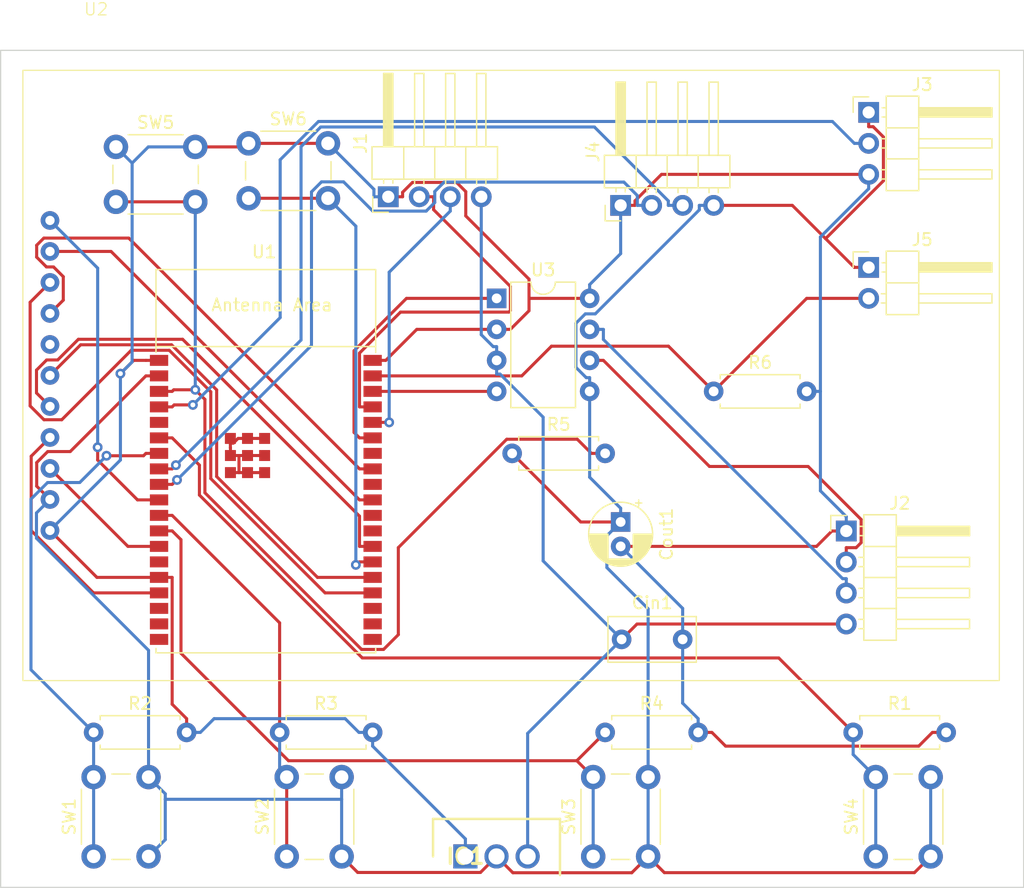
<source format=kicad_pcb>
(kicad_pcb (version 20221018) (generator pcbnew)
  (layers (0 "F.Cu" signal) (31 "B.Cu" signal) (34 "B.Paste" user) (35 "F.Paste" user) (36 "B.SilkS" user "B.Silkscreen") (37 "F.SilkS" user "F.Silkscreen") (38 "B.Mask" user) (39 "F.Mask" user) (44 "Edge.Cuts" user))
  (net 0 "")
  (net 1 "+5V")
  (net 2 "GND")
  (net 3 "+3.3V")
  (net 4 "/PROG_TX")
  (net 5 "/PROG_RX")
  (net 6 "Net-(J2-Pin_2)")
  (net 7 "Net-(J2-Pin_3)")
  (net 8 "/Throttle")
  (net 9 "/EXT_2")
  (net 10 "/EXT_1")
  (net 11 "/Accelerator")
  (net 12 "/BTN_A")
  (net 13 "/BTN_B")
  (net 14 "/BTN_C")
  (net 15 "/BTN_D")
  (net 16 "/PROG_EN")
  (net 17 "/PROG_BOOT")
  (net 19 "/PEN")
  (net 20 "/SPI_CLK")
  (net 22 "/SPI_MOSI")
  (net 23 "/SPI_CS_DISP")
  (net 24 "/SPI_DC")
  (net 25 "/SPI_RES")
  (net 26 "/SPI_CS_TOUCH")
  (net 28 "/SPI_MISO")
  (net 29 "/CAN_TX")
  (net 30 "/CAN_RX")
  (net 31 "unconnected-(U1-GND_THERMAL-Pad39)")
  (footprint "Espressif:ESP32-WROVER-E" (layer "F.Cu") (at 100.47 92.075)
    (fp_text reference "U1" (at -0.14 -17.145) (layer "F.SilkS"))
    (fp_text value "ESP32-WROVER-E")
    (fp_text user "Antenna Area" (at 0.5 -12.795 unlocked) (layer "F.SilkS"))
    (pad "1" smd rect (at -8.75 -8.255) (size 1.5 0.9) (layers "F.Cu" "F.Paste" "F.Mask") (net 2 "GND"))
    (pad "2" smd rect (at -8.75 -6.985) (size 1.5 0.9) (layers "F.Cu" "F.Paste" "F.Mask") (net 3 "+3.3V"))
    (pad "3" smd rect (at -8.75 -5.715) (size 1.5 0.9) (layers "F.Cu" "F.Paste" "F.Mask") (net 16 "/PROG_EN"))
    (pad "4" smd rect (at -8.75 -4.445) (size 1.5 0.9) (layers "F.Cu" "F.Paste" "F.Mask") (net 8 "/Throttle"))
    (pad "5" smd rect (at -8.75 -3.175) (size 1.5 0.9) (layers "F.Cu" "F.Paste" "F.Mask"))
    (pad "6" smd rect (at -8.75 -1.905) (size 1.5 0.9) (layers "F.Cu" "F.Paste" "F.Mask") (net 12 "/BTN_A"))
    (pad "7" smd rect (at -8.75 -0.635) (size 1.5 0.9) (layers "F.Cu" "F.Paste" "F.Mask") (net 13 "/BTN_B"))
    (pad "8" smd rect (at -8.75 0.635) (size 1.5 0.9) (layers "F.Cu" "F.Paste" "F.Mask") (net 10 "/EXT_1"))
    (pad "9" smd rect (at -8.75 1.905) (size 1.5 0.9) (layers "F.Cu" "F.Paste" "F.Mask") (net 9 "/EXT_2"))
    (pad "10" smd rect (at -8.75 3.175) (size 1.5 0.9) (layers "F.Cu" "F.Paste" "F.Mask") (net 19 "/PEN"))
    (pad "11" smd rect (at -8.75 4.445) (size 1.5 0.9) (layers "F.Cu" "F.Paste" "F.Mask") (net 14 "/BTN_C"))
    (pad "12" smd rect (at -8.75 5.715) (size 1.5 0.9) (layers "F.Cu" "F.Paste" "F.Mask") (net 15 "/BTN_D"))
    (pad "13" smd rect (at -8.75 6.985) (size 1.5 0.9) (layers "F.Cu" "F.Paste" "F.Mask") (net 20 "/SPI_CLK"))
    (pad "14" smd rect (at -8.75 8.255) (size 1.5 0.9) (layers "F.Cu" "F.Paste" "F.Mask"))
    (pad "15" smd rect (at -8.75 9.525) (size 1.5 0.9) (layers "F.Cu" "F.Paste" "F.Mask") (net 2 "GND"))
    (pad "16" smd rect (at -8.75 10.795) (size 1.5 0.9) (layers "F.Cu" "F.Paste" "F.Mask") (net 22 "/SPI_MOSI"))
    (pad "17" smd rect (at -8.75 12.065) (size 1.5 0.9) (layers "F.Cu" "F.Paste" "F.Mask"))
    (pad "18" smd rect (at -8.75 13.335) (size 1.5 0.9) (layers "F.Cu" "F.Paste" "F.Mask"))
    (pad "19" smd rect (at -8.75 14.605) (size 1.5 0.9) (layers "F.Cu" "F.Paste" "F.Mask"))
    (pad "20" smd rect (at 8.75 14.605) (size 1.5 0.9) (layers "F.Cu" "F.Paste" "F.Mask"))
    (pad "21" smd rect (at 8.75 13.335) (size 1.5 0.9) (layers "F.Cu" "F.Paste" "F.Mask"))
    (pad "22" smd rect (at 8.75 12.065) (size 1.5 0.9) (layers "F.Cu" "F.Paste" "F.Mask"))
    (pad "23" smd rect (at 8.75 10.795) (size 1.5 0.9) (layers "F.Cu" "F.Paste" "F.Mask") (net 23 "/SPI_CS_DISP"))
    (pad "24" smd rect (at 8.75 9.525) (size 1.5 0.9) (layers "F.Cu" "F.Paste" "F.Mask") (net 24 "/SPI_DC"))
    (pad "25" smd rect (at 8.75 8.255) (size 1.5 0.9) (layers "F.Cu" "F.Paste" "F.Mask") (net 17 "/PROG_BOOT"))
    (pad "26" smd rect (at 8.75 6.985) (size 1.5 0.9) (layers "F.Cu" "F.Paste" "F.Mask") (net 25 "/SPI_RES"))
    (pad "27" smd rect (at 8.75 5.715) (size 1.5 0.9) (layers "F.Cu" "F.Paste" "F.Mask"))
    (pad "28" smd rect (at 8.75 4.445) (size 1.5 0.9) (layers "F.Cu" "F.Paste" "F.Mask"))
    (pad "29" smd rect (at 8.75 3.175) (size 1.5 0.9) (layers "F.Cu" "F.Paste" "F.Mask") (net 26 "/SPI_CS_TOUCH"))
    (pad "30" smd rect (at 8.75 1.905) (size 1.5 0.9) (layers "F.Cu" "F.Paste" "F.Mask"))
    (pad "31" smd rect (at 8.75 0.635) (size 1.5 0.9) (layers "F.Cu" "F.Paste" "F.Mask") (net 28 "/SPI_MISO"))
    (pad "32" smd rect (at 8.75 -0.635) (size 1.5 0.9) (layers "F.Cu" "F.Paste" "F.Mask"))
    (pad "33" smd rect (at 8.75 -1.905) (size 1.5 0.9) (layers "F.Cu" "F.Paste" "F.Mask") (net 29 "/CAN_TX"))
    (pad "34" smd rect (at 8.75 -3.175) (size 1.5 0.9) (layers "F.Cu" "F.Paste" "F.Mask") (net 5 "/PROG_RX"))
    (pad "35" smd rect (at 8.75 -4.445) (size 1.5 0.9) (layers "F.Cu" "F.Paste" "F.Mask") (net 4 "/PROG_TX"))
    (pad "36" smd rect (at 8.75 -5.715) (size 1.5 0.9) (layers "F.Cu" "F.Paste" "F.Mask") (net 30 "/CAN_RX"))
    (pad "37" smd rect (at 8.75 -6.985) (size 1.5 0.9) (layers "F.Cu" "F.Paste" "F.Mask") (net 11 "/Accelerator"))
    (pad "38" smd rect (at 8.75 -8.255) (size 1.5 0.9) (layers "F.Cu" "F.Paste" "F.Mask") (net 2 "GND"))
    (pad "39" smd rect (at -2.905 -1.86) (size 0.9 0.9) (layers "F.Cu" "F.Paste" "F.Mask") (net 31 "unconnected-(U1-GND_THERMAL-Pad39)"))
    (pad "39" smd rect (at -2.9 -0.46) (size 0.9 0.9) (layers "F.Cu" "F.Paste" "F.Mask") (net 31 "unconnected-(U1-GND_THERMAL-Pad39)"))
    (pad "39" smd rect (at -2.9 0.94) (size 0.9 0.9) (layers "F.Cu" "F.Paste" "F.Mask") (net 31 "unconnected-(U1-GND_THERMAL-Pad39)"))
    (pad "39" smd rect (at -1.5 -1.86) (size 0.9 0.9) (layers "F.Cu" "F.Paste" "F.Mask") (net 31 "unconnected-(U1-GND_THERMAL-Pad39)"))
    (pad "39" smd rect (at -1.5 -0.46) (size 0.9 0.9) (layers "F.Cu" "F.Paste" "F.Mask") (net 31 "unconnected-(U1-GND_THERMAL-Pad39)"))
    (pad "39" smd rect (at -1.5 0.94) (size 0.9 0.9) (layers "F.Cu" "F.Paste" "F.Mask") (net 31 "unconnected-(U1-GND_THERMAL-Pad39)"))
    (pad "39" smd rect (at -0.1 -1.86) (size 0.9 0.9) (layers "F.Cu" "F.Paste" "F.Mask") (net 31 "unconnected-(U1-GND_THERMAL-Pad39)"))
    (pad "39" smd rect (at -0.1 -0.46) (size 0.9 0.9) (layers "F.Cu" "F.Paste" "F.Mask") (net 31 "unconnected-(U1-GND_THERMAL-Pad39)"))
    (pad "39" smd rect (at -0.1 0.94) (size 0.9 0.9) (layers "F.Cu" "F.Paste" "F.Mask") (net 31 "unconnected-(U1-GND_THERMAL-Pad39)"))
  )
  (footprint "Package_DIP:DIP-8_W7.62mm" (layer "F.Cu") (at 119.38 78.74)
    (fp_text reference "U3" (at 3.81 -2.33) (layer "F.SilkS"))
    (fp_text value "MCP2562-E-P")
    (pad "1" thru_hole rect (at 0 0) (size 1.6 1.6) (drill 0.8) (layers "*.Cu" "*.Mask") (net 29 "/CAN_TX"))
    (pad "2" thru_hole oval (at 0 2.54) (size 1.6 1.6) (drill 0.8) (layers "*.Cu" "*.Mask") (net 2 "GND"))
    (pad "3" thru_hole oval (at 0 5.08) (size 1.6 1.6) (drill 0.8) (layers "*.Cu" "*.Mask") (net 1 "+5V"))
    (pad "4" thru_hole oval (at 0 7.62) (size 1.6 1.6) (drill 0.8) (layers "*.Cu" "*.Mask") (net 30 "/CAN_RX"))
    (pad "5" thru_hole oval (at 7.62 7.62) (size 1.6 1.6) (drill 0.8) (layers "*.Cu" "*.Mask") (net 3 "+3.3V"))
    (pad "6" thru_hole oval (at 7.62 5.08) (size 1.6 1.6) (drill 0.8) (layers "*.Cu" "*.Mask") (net 6 "Net-(J2-Pin_2)"))
    (pad "7" thru_hole oval (at 7.62 2.54) (size 1.6 1.6) (drill 0.8) (layers "*.Cu" "*.Mask") (net 7 "Net-(J2-Pin_3)"))
    (pad "8" thru_hole oval (at 7.62 0) (size 1.6 1.6) (drill 0.8) (layers "*.Cu" "*.Mask") (net 2 "GND"))
  )
  (footprint "Resistor_THT:R_Axial_DIN0207_L6.3mm_D2.5mm_P7.62mm_Horizontal" (layer "F.Cu") (at 148.59 114.3)
    (fp_text reference "R1" (at 3.81 -2.37) (layer "F.SilkS"))
    (fp_text value "10K")
    (pad "1" thru_hole circle (at 0 0) (size 1.6 1.6) (drill 0.8) (layers "*.Cu" "*.Mask") (net 12 "/BTN_A"))
    (pad "2" thru_hole oval (at 7.62 0) (size 1.6 1.6) (drill 0.8) (layers "*.Cu" "*.Mask") (net 2 "GND"))
  )
  (footprint "Button_Switch_THT:SW_PUSH_6mm_H5mm" (layer "F.Cu") (at 150.44 124.46 90)
    (fp_text reference "SW4" (at 3.25 -2 90) (layer "F.SilkS"))
    (fp_text value "SW_Push")
    (pad "1" thru_hole circle (at 0 0 180) (size 2 2) (drill 1.1) (layers "*.Cu" "*.Mask") (net 12 "/BTN_A"))
    (pad "1" thru_hole circle (at 6.5 0 180) (size 2 2) (drill 1.1) (layers "*.Cu" "*.Mask") (net 12 "/BTN_A"))
    (pad "2" thru_hole circle (at 0 4.5 180) (size 2 2) (drill 1.1) (layers "*.Cu" "*.Mask") (net 3 "+3.3V"))
    (pad "2" thru_hole circle (at 6.5 4.5 180) (size 2 2) (drill 1.1) (layers "*.Cu" "*.Mask") (net 3 "+3.3V"))
  )
  (footprint "Connector_PinHeader_2.54mm:PinHeader_1x04_P2.54mm_Horizontal" (layer "F.Cu") (at 110.5 70.415 90)
    (fp_text reference "J1" (at 4.385 -2.27 90) (layer "F.SilkS"))
    (fp_text value "Conn_01x04_Pin")
    (pad "1" thru_hole rect (at 0 0 90) (size 1.7 1.7) (drill 1) (layers "*.Cu" "*.Mask") (net 2 "GND"))
    (pad "2" thru_hole oval (at 0 2.54 90) (size 1.7 1.7) (drill 1) (layers "*.Cu" "*.Mask") (net 4 "/PROG_TX"))
    (pad "3" thru_hole oval (at 0 5.08 90) (size 1.7 1.7) (drill 1) (layers "*.Cu" "*.Mask") (net 5 "/PROG_RX"))
    (pad "4" thru_hole oval (at 0 7.62 90) (size 1.7 1.7) (drill 1) (layers "*.Cu" "*.Mask") (net 1 "+5V"))
  )
  (footprint "Button_Switch_THT:SW_PUSH_6mm_H5mm" (layer "F.Cu") (at 127.29 124.46 90)
    (fp_text reference "SW3" (at 3.25 -2 90) (layer "F.SilkS"))
    (fp_text value "SW_Push")
    (pad "1" thru_hole circle (at 0 0 180) (size 2 2) (drill 1.1) (layers "*.Cu" "*.Mask") (net 15 "/BTN_D"))
    (pad "1" thru_hole circle (at 6.5 0 180) (size 2 2) (drill 1.1) (layers "*.Cu" "*.Mask") (net 15 "/BTN_D"))
    (pad "2" thru_hole circle (at 0 4.5 180) (size 2 2) (drill 1.1) (layers "*.Cu" "*.Mask") (net 3 "+3.3V"))
    (pad "2" thru_hole circle (at 6.5 4.5 180) (size 2 2) (drill 1.1) (layers "*.Cu" "*.Mask") (net 3 "+3.3V"))
  )
  (footprint "Connector_PinHeader_2.54mm:PinHeader_1x04_P2.54mm_Horizontal" (layer "F.Cu") (at 129.54 71.12 90)
    (fp_text reference "J4" (at 4.385 -2.27 90) (layer "F.SilkS"))
    (fp_text value "Conn_01x04_Pin")
    (pad "1" thru_hole rect (at 0 0 90) (size 1.7 1.7) (drill 1) (layers "*.Cu" "*.Mask") (net 2 "GND"))
    (pad "2" thru_hole oval (at 0 2.54 90) (size 1.7 1.7) (drill 1) (layers "*.Cu" "*.Mask") (net 9 "/EXT_2"))
    (pad "3" thru_hole oval (at 0 5.08 90) (size 1.7 1.7) (drill 1) (layers "*.Cu" "*.Mask") (net 10 "/EXT_1"))
    (pad "4" thru_hole oval (at 0 7.62 90) (size 1.7 1.7) (drill 1) (layers "*.Cu" "*.Mask") (net 3 "+3.3V"))
  )
  (footprint "Resistor_THT:R_Axial_DIN0207_L6.3mm_D2.5mm_P7.62mm_Horizontal" (layer "F.Cu") (at 86.36 114.3)
    (fp_text reference "R2" (at 3.81 -2.37) (layer "F.SilkS"))
    (fp_text value "10K")
    (pad "1" thru_hole circle (at 0 0) (size 1.6 1.6) (drill 0.8) (layers "*.Cu" "*.Mask") (net 13 "/BTN_B"))
    (pad "2" thru_hole oval (at 7.62 0) (size 1.6 1.6) (drill 0.8) (layers "*.Cu" "*.Mask") (net 2 "GND"))
  )
  (footprint "Button_Switch_THT:SW_PUSH_6mm_H5mm" (layer "F.Cu") (at 88.19 66.33)
    (fp_text reference "SW5" (at 3.25 -2) (layer "F.SilkS"))
    (fp_text value "SW_Push")
    (pad "1" thru_hole circle (at 0 0 90) (size 2 2) (drill 1.1) (layers "*.Cu" "*.Mask") (net 2 "GND"))
    (pad "1" thru_hole circle (at 6.5 0 90) (size 2 2) (drill 1.1) (layers "*.Cu" "*.Mask") (net 2 "GND"))
    (pad "2" thru_hole circle (at 0 4.5 90) (size 2 2) (drill 1.1) (layers "*.Cu" "*.Mask") (net 16 "/PROG_EN"))
    (pad "2" thru_hole circle (at 6.5 4.5 90) (size 2 2) (drill 1.1) (layers "*.Cu" "*.Mask") (net 16 "/PROG_EN"))
  )
  (footprint "SamacSys_Parts:TO255P460X1020X2008-3P" (layer "F.Cu") (at 116.82 124.46)
    (fp_text reference "IC1" (at 0 0) (layer "F.SilkS") (effects (font (size 1.27 1.27) (thickness 0.254))))
    (fp_text value "LD1117V33" hide)
    (pad "1" thru_hole rect (at 0 0) (size 1.98 1.98) (drill 1.32) (layers "*.Cu" "*.Mask") (net 2 "GND"))
    (pad "2" thru_hole circle (at 2.55 0) (size 1.98 1.98) (drill 1.32) (layers "*.Cu" "*.Mask") (net 3 "+3.3V"))
    (pad "3" thru_hole circle (at 5.1 0) (size 1.98 1.98) (drill 1.32) (layers "*.Cu" "*.Mask") (net 1 "+5V"))
  )
  (footprint "Button_Switch_THT:SW_PUSH_6mm_H5mm" (layer "F.Cu") (at 102.18 124.46 90)
    (fp_text reference "SW2" (at 3.25 -2 90) (layer "F.SilkS"))
    (fp_text value "SW_Push")
    (pad "1" thru_hole circle (at 0 0 180) (size 2 2) (drill 1.1) (layers "*.Cu" "*.Mask") (net 14 "/BTN_C"))
    (pad "1" thru_hole circle (at 6.5 0 180) (size 2 2) (drill 1.1) (layers "*.Cu" "*.Mask") (net 14 "/BTN_C"))
    (pad "2" thru_hole circle (at 0 4.5 180) (size 2 2) (drill 1.1) (layers "*.Cu" "*.Mask") (net 3 "+3.3V"))
    (pad "2" thru_hole circle (at 6.5 4.5 180) (size 2 2) (drill 1.1) (layers "*.Cu" "*.Mask") (net 3 "+3.3V"))
  )
  (footprint "ILI9341:ILI9341" (layer "F.Cu") (at 100.565 85.055)
    (fp_text reference "U2" (at -14 -30 unlocked) (layer "F.SilkS") (effects (font (thickness 0.1))))
    (fp_text value "~")
    (pad "1" thru_hole circle (at -17.78 12.7) (size 1.524 1.524) (drill 0.762) (layers "*.Cu" "*.Mask") (net 2 "GND"))
    (pad "2" thru_hole circle (at -17.78 10.16) (size 1.524 1.524) (drill 0.762) (layers "*.Cu" "*.Mask") (net 3 "+3.3V"))
    (pad "3" thru_hole circle (at -17.78 7.62) (size 1.524 1.524) (drill 0.762) (layers "*.Cu" "*.Mask") (net 20 "/SPI_CLK"))
    (pad "4" thru_hole circle (at -17.78 5.08) (size 1.524 1.524) (drill 0.762) (layers "*.Cu" "*.Mask") (net 22 "/SPI_MOSI"))
    (pad "5" thru_hole circle (at -17.78 2.54) (size 1.524 1.524) (drill 0.762) (layers "*.Cu" "*.Mask") (net 25 "/SPI_RES"))
    (pad "6" thru_hole circle (at -17.78 0) (size 1.524 1.524) (drill 0.762) (layers "*.Cu" "*.Mask") (net 24 "/SPI_DC"))
    (pad "7" thru_hole circle (at -17.78 -2.54) (size 1.524 1.524) (drill 0.762) (layers "*.Cu" "*.Mask"))
    (pad "8" thru_hole circle (at -17.78 -5.08) (size 1.524 1.524) (drill 0.762) (layers "*.Cu" "*.Mask") (net 28 "/SPI_MISO"))
    (pad "9" thru_hole circle (at -17.78 -7.62) (size 1.524 1.524) (drill 0.762) (layers "*.Cu" "*.Mask") (net 23 "/SPI_CS_DISP"))
    (pad "10" thru_hole circle (at -17.78 -10.16) (size 1.524 1.524) (drill 0.762) (layers "*.Cu" "*.Mask") (net 26 "/SPI_CS_TOUCH"))
    (pad "11" thru_hole circle (at -17.78 -12.7) (size 1.524 1.524) (drill 0.762) (layers "*.Cu" "*.Mask") (net 19 "/PEN"))
  )
  (footprint "Button_Switch_THT:SW_PUSH_6mm_H5mm" (layer "F.Cu") (at 99.06 66.04)
    (fp_text reference "SW6" (at 3.25 -2) (layer "F.SilkS"))
    (fp_text value "SW_Push")
    (pad "1" thru_hole circle (at 0 0 90) (size 2 2) (drill 1.1) (layers "*.Cu" "*.Mask") (net 2 "GND"))
    (pad "1" thru_hole circle (at 6.5 0 90) (size 2 2) (drill 1.1) (layers "*.Cu" "*.Mask") (net 2 "GND"))
    (pad "2" thru_hole circle (at 0 4.5 90) (size 2 2) (drill 1.1) (layers "*.Cu" "*.Mask") (net 17 "/PROG_BOOT"))
    (pad "2" thru_hole circle (at 6.5 4.5 90) (size 2 2) (drill 1.1) (layers "*.Cu" "*.Mask") (net 17 "/PROG_BOOT"))
  )
  (footprint "Resistor_THT:R_Axial_DIN0207_L6.3mm_D2.5mm_P7.62mm_Horizontal" (layer "F.Cu") (at 137.16 86.36)
    (fp_text reference "R6" (at 3.81 -2.37) (layer "F.SilkS"))
    (fp_text value "10K")
    (pad "1" thru_hole circle (at 0 0) (size 1.6 1.6) (drill 0.8) (layers "*.Cu" "*.Mask") (net 11 "/Accelerator"))
    (pad "2" thru_hole oval (at 7.62 0) (size 1.6 1.6) (drill 0.8) (layers "*.Cu" "*.Mask") (net 2 "GND"))
  )
  (footprint "Resistor_THT:R_Axial_DIN0207_L6.3mm_D2.5mm_P7.62mm_Horizontal" (layer "F.Cu") (at 101.6 114.3)
    (fp_text reference "R3" (at 3.81 -2.37) (layer "F.SilkS"))
    (fp_text value "10K")
    (pad "1" thru_hole circle (at 0 0) (size 1.6 1.6) (drill 0.8) (layers "*.Cu" "*.Mask") (net 14 "/BTN_C"))
    (pad "2" thru_hole oval (at 7.62 0) (size 1.6 1.6) (drill 0.8) (layers "*.Cu" "*.Mask") (net 2 "GND"))
  )
  (footprint "Resistor_THT:R_Axial_DIN0207_L6.3mm_D2.5mm_P7.62mm_Horizontal" (layer "F.Cu") (at 120.65 91.44)
    (fp_text reference "R5" (at 3.81 -2.37) (layer "F.SilkS"))
    (fp_text value "10K")
    (pad "1" thru_hole circle (at 0 0) (size 1.6 1.6) (drill 0.8) (layers "*.Cu" "*.Mask") (net 3 "+3.3V"))
    (pad "2" thru_hole oval (at 7.62 0) (size 1.6 1.6) (drill 0.8) (layers "*.Cu" "*.Mask") (net 16 "/PROG_EN"))
  )
  (footprint "Connector_PinHeader_2.54mm:PinHeader_1x03_P2.54mm_Horizontal" (layer "F.Cu") (at 149.86 63.5)
    (fp_text reference "J3" (at 4.385 -2.27) (layer "F.SilkS"))
    (fp_text value "Conn_01x03_Pin")
    (pad "1" thru_hole rect (at 0 0) (size 1.7 1.7) (drill 1) (layers "*.Cu" "*.Mask") (net 3 "+3.3V"))
    (pad "2" thru_hole oval (at 0 2.54) (size 1.7 1.7) (drill 1) (layers "*.Cu" "*.Mask") (net 8 "/Throttle"))
    (pad "3" thru_hole oval (at 0 5.08) (size 1.7 1.7) (drill 1) (layers "*.Cu" "*.Mask") (net 2 "GND"))
  )
  (footprint "Resistor_THT:R_Axial_DIN0207_L6.3mm_D2.5mm_P7.62mm_Horizontal" (layer "F.Cu") (at 128.27 114.3)
    (fp_text reference "R4" (at 3.81 -2.37) (layer "F.SilkS"))
    (fp_text value "10K")
    (pad "1" thru_hole circle (at 0 0) (size 1.6 1.6) (drill 0.8) (layers "*.Cu" "*.Mask") (net 15 "/BTN_D"))
    (pad "2" thru_hole oval (at 7.62 0) (size 1.6 1.6) (drill 0.8) (layers "*.Cu" "*.Mask") (net 2 "GND"))
  )
  (footprint "Connector_PinHeader_2.54mm:PinHeader_1x04_P2.54mm_Horizontal" (layer "F.Cu") (at 148.025 97.8)
    (fp_text reference "J2" (at 4.385 -2.27) (layer "F.SilkS"))
    (fp_text value "Conn_01x04_Pin")
    (pad "1" thru_hole rect (at 0 0) (size 1.7 1.7) (drill 1) (layers "*.Cu" "*.Mask") (net 2 "GND"))
    (pad "2" thru_hole oval (at 0 2.54) (size 1.7 1.7) (drill 1) (layers "*.Cu" "*.Mask") (net 6 "Net-(J2-Pin_2)"))
    (pad "3" thru_hole oval (at 0 5.08) (size 1.7 1.7) (drill 1) (layers "*.Cu" "*.Mask") (net 7 "Net-(J2-Pin_3)"))
    (pad "4" thru_hole oval (at 0 7.62) (size 1.7 1.7) (drill 1) (layers "*.Cu" "*.Mask") (net 1 "+5V"))
  )
  (footprint "Capacitor_THT:C_Rect_L7.0mm_W3.5mm_P5.00mm" (layer "F.Cu") (at 129.62 106.68)
    (fp_text reference "Cin1" (at 2.5 -3) (layer "F.SilkS"))
    (fp_text value "100nF")
    (pad "1" thru_hole circle (at 0 0) (size 1.6 1.6) (drill 0.8) (layers "*.Cu" "*.Mask") (net 1 "+5V"))
    (pad "2" thru_hole circle (at 5 0) (size 1.6 1.6) (drill 0.8) (layers "*.Cu" "*.Mask") (net 2 "GND"))
  )
  (footprint "Connector_PinHeader_2.54mm:PinHeader_1x02_P2.54mm_Horizontal" (layer "F.Cu") (at 149.86 76.2)
    (fp_text reference "J5" (at 4.385 -2.27) (layer "F.SilkS"))
    (fp_text value "Conn_01x02_Pin")
    (pad "1" thru_hole rect (at 0 0) (size 1.7 1.7) (drill 1) (layers "*.Cu" "*.Mask") (net 3 "+3.3V"))
    (pad "2" thru_hole oval (at 0 2.54) (size 1.7 1.7) (drill 1) (layers "*.Cu" "*.Mask") (net 11 "/Accelerator"))
  )
  (footprint "Capacitor_THT:CP_Radial_D5.0mm_P2.00mm" (layer "F.Cu") (at 129.54 97.06 -90)
    (fp_text reference "Cout1" (at 1 -3.75 90) (layer "F.SilkS"))
    (fp_text value "10uF")
    (pad "1" thru_hole rect (at 0 0 270) (size 1.6 1.6) (drill 0.8) (layers "*.Cu" "*.Mask") (net 3 "+3.3V"))
    (pad "2" thru_hole circle (at 2 0 270) (size 1.6 1.6) (drill 0.8) (layers "*.Cu" "*.Mask") (net 2 "GND"))
  )
  (footprint "Button_Switch_THT:SW_PUSH_6mm_H5mm" (layer "F.Cu") (at 86.36 124.46 90)
    (fp_text reference "SW1" (at 3.25 -2 90) (layer "F.SilkS"))
    (fp_text value "SW_Push")
    (pad "1" thru_hole circle (at 0 0 180) (size 2 2) (drill 1.1) (layers "*.Cu" "*.Mask") (net 13 "/BTN_B"))
    (pad "1" thru_hole circle (at 6.5 0 180) (size 2 2) (drill 1.1) (layers "*.Cu" "*.Mask") (net 13 "/BTN_B"))
    (pad "2" thru_hole circle (at 0 4.5 180) (size 2 2) (drill 1.1) (layers "*.Cu" "*.Mask") (net 3 "+3.3V"))
    (pad "2" thru_hole circle (at 6.5 4.5 180) (size 2 2) (drill 1.1) (layers "*.Cu" "*.Mask") (net 3 "+3.3V"))
  )
  (gr_rect (start 78.74 58.42) (end 162.56 127) (stroke (width 0.1)) (fill none) (layer "Edge.Cuts"))
  (segment (start 130.88 105.42) (end 148.025 105.42) (width 0.25) (layer "F.Cu") (net 1))
  (segment (start 129.62 106.68) (end 130.88 105.42) (width 0.25) (layer "F.Cu") (net 1))
  (segment (start 118.12 70.415) (end 118.12 81.716) (width 0.25) (layer "B.Cu") (net 1))
  (segment (start 123.19 88.474) (end 119.6613 84.9453) (width 0.25) (layer "B.Cu") (net 1))
  (segment (start 118.12 81.716) (end 119.0987 82.6947) (width 0.25) (layer "B.Cu") (net 1))
  (segment (start 119.38 83.82) (end 119.38 82.6947) (width 0.25) (layer "B.Cu") (net 1))
  (segment (start 119.6613 84.9453) (end 119.38 84.9453) (width 0.25) (layer "B.Cu") (net 1))
  (segment (start 119.0987 82.6947) (end 119.38 82.6947) (width 0.25) (layer "B.Cu") (net 1))
  (segment (start 121.92 114.38) (end 129.62 106.68) (width 0.25) (layer "B.Cu") (net 1))
  (segment (start 123.19 100.25) (end 123.19 88.474) (width 0.25) (layer "B.Cu") (net 1))
  (segment (start 129.62 106.68) (end 123.19 100.25) (width 0.25) (layer "B.Cu") (net 1))
  (segment (start 121.92 124.46) (end 121.92 114.38) (width 0.25) (layer "B.Cu") (net 1))
  (segment (start 119.38 83.82) (end 119.38 84.9453) (width 0.25) (layer "B.Cu") (net 1))
  (segment (start 91.72 83.82) (end 90.6447 83.82) (width 0.25) (layer "F.Cu") (net 2))
  (segment (start 149.86 68.58) (end 132.888 68.58) (width 0.25) (layer "F.Cu") (net 2))
  (segment (start 122.0326 79.7527) (end 122.0326 78.74) (width 0.25) (layer "F.Cu") (net 2))
  (segment (start 127 78.74) (end 125.8747 78.74) (width 0.25) (layer "F.Cu") (net 2))
  (segment (start 82.785 97.755) (end 86.63 101.6) (width 0.25) (layer "F.Cu") (net 2))
  (segment (start 88.5557 84.906) (end 89.6417 83.82) (width 0.25) (layer "F.Cu") (net 2))
  (segment (start 135.89 114.3) (end 137.0153 114.3) (width 0.25) (layer "F.Cu") (net 2))
  (segment (start 93.98 114.3) (end 93.98 113.1747) (width 0.25) (layer "F.Cu") (net 2))
  (segment (start 112.8353 81.28) (end 119.38 81.28) (width 0.25) (layer "F.Cu") (net 2))
  (segment (start 86.63 101.6) (end 91.72 101.6) (width 0.25) (layer "F.Cu") (net 2))
  (segment (start 105.56 66.04) (end 99.06 66.04) (width 0.25) (layer "F.Cu") (net 2))
  (segment (start 132.888 68.58) (end 130.7153 70.7527) (width 0.25) (layer "F.Cu") (net 2))
  (segment (start 116.85 69.9935) (end 116.0962 69.2397) (width 0.25) (layer "F.Cu") (net 2))
  (segment (start 145.5897 99.06) (end 146.8497 97.8) (width 0.25) (layer "F.Cu") (net 2))
  (segment (start 137.0153 114.3) (end 138.1406 115.4253) (width 0.25) (layer "F.Cu") (net 2))
  (segment (start 156.21 114.3) (end 155.0847 114.3) (width 0.25) (layer "F.Cu") (net 2))
  (segment (start 99.06 66.04) (end 98.77 66.33) (width 0.25) (layer "F.Cu") (net 2))
  (segment (start 116.0962 69.2397) (end 112.4832 69.2397) (width 0.25) (layer "F.Cu") (net 2))
  (segment (start 110.2953 83.82) (end 112.8353 81.28) (width 0.25) (layer "F.Cu") (net 2))
  (segment (start 116.85 71.984) (end 116.85 69.9935) (width 0.25) (layer "F.Cu") (net 2))
  (segment (start 109.22 83.82) (end 110.2953 83.82) (width 0.25) (layer "F.Cu") (net 2))
  (segment (start 129.54 99.06) (end 145.5897 99.06) (width 0.25) (layer "F.Cu") (net 2))
  (segment (start 120.5053 81.28) (end 122.0326 79.7527) (width 0.25) (layer "F.Cu") (net 2))
  (segment (start 92.7953 111.99) (end 93.98 113.1747) (width 0.25) (layer "F.Cu") (net 2))
  (segment (start 91.72 101.6) (end 92.7953 101.6) (width 0.25) (layer "F.Cu") (net 2))
  (segment (start 130.7153 70.7527) (end 130.7153 71.12) (width 0.25) (layer "F.Cu") (net 2))
  (segment (start 110.5 70.415) (end 111.6753 70.415) (width 0.25) (layer "F.Cu") (net 2))
  (segment (start 112.4832 69.2397) (end 111.6753 70.0476) (width 0.25) (layer "F.Cu") (net 2))
  (segment (start 119.38 81.28) (end 120.5053 81.28) (width 0.25) (layer "F.Cu") (net 2))
  (segment (start 129.54 71.12) (end 130.7153 71.12) (width 0.25) (layer "F.Cu") (net 2))
  (segment (start 122.0326 77.1666) (end 116.85 71.984) (width 0.25) (layer "F.Cu") (net 2))
  (segment (start 138.1406 115.4253) (end 153.9594 115.4253) (width 0.25) (layer "F.Cu") (net 2))
  (segment (start 92.7953 101.6) (end 92.7953 111.99) (width 0.25) (layer "F.Cu") (net 2))
  (segment (start 148.025 97.8) (end 146.8497 97.8) (width 0.25) (layer "F.Cu") (net 2))
  (segment (start 122.0326 78.74) (end 122.0326 77.1666) (width 0.25) (layer "F.Cu") (net 2))
  (segment (start 111.6753 70.0476) (end 111.6753 70.415) (width 0.25) (layer "F.Cu") (net 2))
  (segment (start 153.9594 115.4253) (end 155.0847 114.3) (width 0.25) (layer "F.Cu") (net 2))
  (segment (start 98.77 66.33) (end 94.69 66.33) (width 0.25) (layer "F.Cu") (net 2))
  (segment (start 125.8747 78.74) (end 122.0326 78.74) (width 0.25) (layer "F.Cu") (net 2))
  (segment (start 89.6417 83.82) (end 90.6447 83.82) (width 0.25) (layer "F.Cu") (net 2))
  (via (at 88.5557 84.906) (size 0.8) (drill 0.4) (layers "F.Cu" "B.Cu") (net 2))
  (segment (start 144.78 86.36) (end 145.9053 86.36) (width 0.25) (layer "B.Cu") (net 2))
  (segment (start 148.025 97.8) (end 148.025 96.6247) (width 0.25) (layer "B.Cu") (net 2))
  (segment (start 116.82 123.0253) (end 109.22 115.4253) (width 0.25) (layer "B.Cu") (net 2))
  (segment (start 148.025 96.6247) (end 145.9053 94.505) (width 0.25) (layer "B.Cu") (net 2))
  (segment (start 145.9053 73.71) (end 149.86 69.7553) (width 0.25) (layer "B.Cu") (net 2))
  (segment (start 145.9053 94.505) (end 145.9053 86.36) (width 0.25) (layer "B.Cu") (net 2))
  (segment (start 110.5 70.415) (end 109.3247 70.415) (width 0.25) (layer "B.Cu") (net 2))
  (segment (start 109.22 114.3) (end 109.22 115.4253) (width 0.25) (layer "B.Cu") (net 2))
  (segment (start 95.1053 114.3) (end 96.2306 113.1747) (width 0.25) (layer "B.Cu") (net 2))
  (segment (start 145.9053 86.36) (end 145.9053 73.71) (width 0.25) (layer "B.Cu") (net 2))
  (segment (start 89.5154 83.9463) (end 89.5154 67.6554) (width 0.25) (layer "B.Cu") (net 2))
  (segment (start 109.22 114.3) (end 108.0947 114.3) (width 0.25) (layer "B.Cu") (net 2))
  (segment (start 134.62 106.68) (end 134.62 111.9047) (width 0.25) (layer "B.Cu") (net 2))
  (segment (start 109.3247 70.415) (end 109.3247 69.8047) (width 0.25) (layer "B.Cu") (net 2))
  (segment (start 94.69 66.33) (end 90.8408 66.33) (width 0.25) (layer "B.Cu") (net 2))
  (segment (start 109.3247 69.8047) (end 105.56 66.04) (width 0.25) (layer "B.Cu") (net 2))
  (segment (start 129.54 71.12) (end 129.54 75.0747) (width 0.25) (layer "B.Cu") (net 2))
  (segment (start 149.86 68.58) (end 149.86 69.7553) (width 0.25) (layer "B.Cu") (net 2))
  (segment (start 93.98 114.3) (end 95.1053 114.3) (width 0.25) (layer "B.Cu") (net 2))
  (segment (start 134.62 111.9047) (end 135.89 113.1747) (width 0.25) (layer "B.Cu") (net 2))
  (segment (start 90.8408 66.33) (end 89.5154 67.6554) (width 0.25) (layer "B.Cu") (net 2))
  (segment (start 106.9694 113.1747) (end 108.0947 114.3) (width 0.25) (layer "B.Cu") (net 2))
  (segment (start 88.19 66.33) (end 89.5154 67.6554) (width 0.25) (layer "B.Cu") (net 2))
  (segment (start 127 78.74) (end 127 77.6147) (width 0.25) (layer "B.Cu") (net 2))
  (segment (start 88.5557 84.906) (end 89.5154 83.9463) (width 0.25) (layer "B.Cu") (net 2))
  (segment (start 82.785 97.755) (end 88.5557 91.9843) (width 0.25) (layer "B.Cu") (net 2))
  (segment (start 134.62 104.14) (end 134.62 106.68) (width 0.25) (layer "B.Cu") (net 2))
  (segment (start 96.2306 113.1747) (end 106.9694 113.1747) (width 0.25) (layer "B.Cu") (net 2))
  (segment (start 135.89 114.3) (end 135.89 113.1747) (width 0.25) (layer "B.Cu") (net 2))
  (segment (start 129.54 99.06) (end 134.62 104.14) (width 0.25) (layer "B.Cu") (net 2))
  (segment (start 88.5557 91.9843) (end 88.5557 84.906) (width 0.25) (layer "B.Cu") (net 2))
  (segment (start 129.54 75.0747) (end 127 77.6147) (width 0.25) (layer "B.Cu") (net 2))
  (segment (start 116.82 124.46) (end 116.82 123.0253) (width 0.25) (layer "B.Cu") (net 2))
  (segment (start 149.86 76.2) (end 148.6847 76.2) (width 0.25) (layer "F.Cu") (net 3))
  (segment (start 143.6047 71.12) (end 146.3305 73.8458) (width 0.25) (layer "F.Cu") (net 3))
  (segment (start 84.4431 91.2916) (end 82.5984 91.2916) (width 0.25) (layer "F.Cu") (net 3))
  (segment (start 90.6447 85.09) (end 84.4431 91.2916) (width 0.25) (layer "F.Cu") (net 3))
  (segment (start 126.27 97.06) (end 120.65 91.44) (width 0.25) (layer "F.Cu") (net 3))
  (segment (start 81.6971 92.1929) (end 81.6971 94.1271) (width 0.25) (layer "F.Cu") (net 3))
  (segment (start 151.0677 65.5157) (end 151.0677 69.1086) (width 0.25) (layer "F.Cu") (net 3))
  (segment (start 153.6097 125.7903) (end 154.94 124.46) (width 0.25) (layer "F.Cu") (net 3))
  (segment (start 129.54 97.06) (end 126.27 97.06) (width 0.25) (layer "F.Cu") (net 3))
  (segment (start 149.86 64.6753) (end 150.2273 64.6753) (width 0.25) (layer "F.Cu") (net 3))
  (segment (start 131.79 124.46) (end 133.1203 125.7903) (width 0.25) (layer "F.Cu") (net 3))
  (segment (start 131.79 124.46) (end 130.452 125.798) (width 0.25) (layer "F.Cu") (net 3))
  (segment (start 81.6971 94.1271) (end 82.785 95.215) (width 0.25) (layer "F.Cu") (net 3))
  (segment (start 130.452 125.798) (end 120.708 125.798) (width 0.25) (layer "F.Cu") (net 3))
  (segment (start 149.86 63.5) (end 149.86 64.6753) (width 0.25) (layer "F.Cu") (net 3))
  (segment (start 120.708 125.798) (end 119.37 124.46) (width 0.25) (layer "F.Cu") (net 3))
  (segment (start 133.1203 125.7903) (end 153.6097 125.7903) (width 0.25) (layer "F.Cu") (net 3))
  (segment (start 107.9954 125.7754) (end 106.68 124.46) (width 0.25) (layer "F.Cu") (net 3))
  (segment (start 119.37 124.46) (end 118.0546 125.7754) (width 0.25) (layer "F.Cu") (net 3))
  (segment (start 151.0677 69.1086) (end 146.3305 73.8458) (width 0.25) (layer "F.Cu") (net 3))
  (segment (start 137.16 71.12) (end 143.6047 71.12) (width 0.25) (layer "F.Cu") (net 3))
  (segment (start 82.5984 91.2916) (end 81.6971 92.1929) (width 0.25) (layer "F.Cu") (net 3))
  (segment (start 118.0546 125.7754) (end 107.9954 125.7754) (width 0.25) (layer "F.Cu") (net 3))
  (segment (start 146.3305 73.8458) (end 148.6847 76.2) (width 0.25) (layer "F.Cu") (net 3))
  (segment (start 150.2273 64.6753) (end 151.0677 65.5157) (width 0.25) (layer "F.Cu") (net 3))
  (segment (start 91.72 85.09) (end 90.6447 85.09) (width 0.25) (layer "F.Cu") (net 3))
  (segment (start 82.785 95.215) (end 81.6777 96.3223) (width 0.25) (layer "B.Cu") (net 3))
  (segment (start 127 86.36) (end 127 85.2347) (width 0.25) (layer "B.Cu") (net 3))
  (segment (start 127 93.3947) (end 127 86.36) (width 0.25) (layer "B.Cu") (net 3))
  (segment (start 135.9847 71.4873) (end 127.462 80.01) (width 0.25) (layer "B.Cu") (net 3))
  (segment (start 135.9847 71.12) (end 135.9847 71.4873) (width 0.25) (layer "B.Cu") (net 3))
  (segment (start 81.6777 96.3223) (end 81.6777 98.3919) (width 0.25) (layer "B.Cu") (net 3))
  (segment (start 128.4115 100.7964) (end 128.4115 98.1885) (width 0.25) (layer "B.Cu") (net 3))
  (segment (start 106.68 124.46) (end 106.68 119.7814) (width 0.25) (layer "B.Cu") (net 3))
  (segment (start 131.79 104.1749) (end 128.4115 100.7964) (width 0.25) (layer "B.Cu") (net 3))
  (segment (start 126.6459 80.01) (end 125.8747 80.7812) (width 0.25) (layer "B.Cu") (net 3))
  (segment (start 81.6777 98.3919) (end 90.86 107.5742) (width 0.25) (layer "B.Cu") (net 3))
  (segment (start 137.16 71.12) (end 135.9847 71.12) (width 0.25) (layer "B.Cu") (net 3))
  (segment (start 125.8747 80.7812) (end 125.8747 84.3908) (width 0.25) (layer "B.Cu") (net 3))
  (segment (start 92.2311 119.3311) (end 90.86 117.96) (width 0.25) (layer "B.Cu") (net 3))
  (segment (start 106.68 119.7814) (end 106.68 117.96) (width 0.25) (layer "B.Cu") (net 3))
  (segment (start 129.54 95.9347) (end 127 93.3947) (width 0.25) (layer "B.Cu") (net 3))
  (segment (start 128.4115 98.1885) (end 129.54 97.06) (width 0.25) (layer "B.Cu") (net 3))
  (segment (start 92.2311 123.0889) (end 92.2311 119.7814) (width 0.25) (layer "B.Cu") (net 3))
  (segment (start 131.79 117.96) (end 131.79 104.1749) (width 0.25) (layer "B.Cu") (net 3))
  (segment (start 126.7186 85.2347) (end 127 85.2347) (width 0.25) (layer "B.Cu") (net 3))
  (segment (start 92.2311 119.7814) (end 106.68 119.7814) (width 0.25) (layer "B.Cu") (net 3))
  (segment (start 92.2311 119.7814) (end 92.2311 119.3311) (width 0.25) (layer "B.Cu") (net 3))
  (segment (start 131.79 124.46) (end 131.79 117.96) (width 0.25) (layer "B.Cu") (net 3))
  (segment (start 125.8747 84.3908) (end 126.7186 85.2347) (width 0.25) (layer "B.Cu") (net 3))
  (segment (start 154.94 124.46) (end 154.94 117.96) (width 0.25) (layer "B.Cu") (net 3))
  (segment (start 90.86 124.46) (end 92.2311 123.0889) (width 0.25) (layer "B.Cu") (net 3))
  (segment (start 129.54 97.06) (end 129.54 95.9347) (width 0.25) (layer "B.Cu") (net 3))
  (segment (start 90.86 107.5742) (end 90.86 117.96) (width 0.25) (layer "B.Cu") (net 3))
  (segment (start 127.462 80.01) (end 126.6459 80.01) (width 0.25) (layer "B.Cu") (net 3))
  (segment (start 120.5054 79.7424) (end 120.3824 79.8654) (width 0.25) (layer "F.Cu") (net 4))
  (segment (start 108.1447 83.2237) (end 108.1447 87.63) (width 0.25) (layer "F.Cu") (net 4))
  (segment (start 109.22 87.63) (end 108.1447 87.63) (width 0.25) (layer "F.Cu") (net 4))
  (segment (start 113.04 70.415) (end 114.2153 70.415) (width 0.25) (layer "F.Cu") (net 4))
  (segment (start 120.5054 77.7633) (end 120.5054 79.7424) (width 0.25) (layer "F.Cu") (net 4))
  (segment (start 111.503 79.8654) (end 108.1447 83.2237) (width 0.25) (layer "F.Cu") (net 4))
  (segment (start 120.3824 79.8654) (end 111.503 79.8654) (width 0.25) (layer "F.Cu") (net 4))
  (segment (start 114.2153 71.4732) (end 120.5054 77.7633) (width 0.25) (layer "F.Cu") (net 4))
  (segment (start 114.2153 70.415) (end 114.2153 71.4732) (width 0.25) (layer "F.Cu") (net 4))
  (segment (start 110.2953 88.9) (end 110.5764 88.9) (width 0.25) (layer "F.Cu") (net 5))
  (segment (start 109.22 88.9) (end 110.2953 88.9) (width 0.25) (layer "F.Cu") (net 5))
  (via (at 110.5764 88.9) (size 0.8) (drill 0.4) (layers "F.Cu" "B.Cu") (net 5))
  (segment (start 110.5764 76.5939) (end 110.5764 88.9) (width 0.25) (layer "B.Cu") (net 5))
  (segment (start 115.58 70.415) (end 115.58 71.5903) (width 0.25) (layer "B.Cu") (net 5))
  (segment (start 115.58 71.5903) (end 110.5764 76.5939) (width 0.25) (layer "B.Cu") (net 5))
  (segment (start 148.025 100.34) (end 148.025 99.1647) (width 0.25) (layer "F.Cu") (net 6))
  (segment (start 127 83.82) (end 128.1253 83.82) (width 0.25) (layer "F.Cu") (net 6))
  (segment (start 149.2422 96.8539) (end 144.9003 92.512) (width 0.25) (layer "F.Cu") (net 6))
  (segment (start 148.833 99.1647) (end 149.2422 98.7555) (width 0.25) (layer "F.Cu") (net 6))
  (segment (start 136.8173 92.512) (end 128.1253 83.82) (width 0.25) (layer "F.Cu") (net 6))
  (segment (start 144.9003 92.512) (end 136.8173 92.512) (width 0.25) (layer "F.Cu") (net 6))
  (segment (start 149.2422 98.7555) (end 149.2422 96.8539) (width 0.25) (layer "F.Cu") (net 6))
  (segment (start 148.025 99.1647) (end 148.833 99.1647) (width 0.25) (layer "F.Cu") (net 6))
  (segment (start 148.025 102.88) (end 148.025 101.7047) (width 0.25) (layer "B.Cu") (net 7))
  (segment (start 148.025 101.7047) (end 147.7249 101.7047) (width 0.25) (layer "B.Cu") (net 7))
  (segment (start 147.7249 101.7047) (end 128.1253 82.1051) (width 0.25) (layer "B.Cu") (net 7))
  (segment (start 127 81.28) (end 128.1253 81.28) (width 0.25) (layer "B.Cu") (net 7))
  (segment (start 128.1253 82.1051) (end 128.1253 81.28) (width 0.25) (layer "B.Cu") (net 7))
  (segment (start 92.9578 87.4675) (end 94.4921 87.4675) (width 0.25) (layer "F.Cu") (net 8))
  (segment (start 91.72 87.63) (end 92.7953 87.63) (width 0.25) (layer "F.Cu") (net 8))
  (segment (start 92.7953 87.63) (end 92.9578 87.4675) (width 0.25) (layer "F.Cu") (net 8))
  (via (at 94.4921 87.4675) (size 0.8) (drill 0.4) (layers "F.Cu" "B.Cu") (net 8))
  (segment (start 149.86 66.04) (end 148.6847 66.04) (width 0.25) (layer "B.Cu") (net 8))
  (segment (start 148.6847 66.04) (end 146.8906 64.2459) (width 0.25) (layer "B.Cu") (net 8))
  (segment (start 101.6446 67.3842) (end 101.6446 80.315) (width 0.25) (layer "B.Cu") (net 8))
  (segment (start 146.8906 64.2459) (end 104.7829 64.2459) (width 0.25) (layer "B.Cu") (net 8))
  (segment (start 104.7829 64.2459) (end 101.6446 67.3842) (width 0.25) (layer "B.Cu") (net 8))
  (segment (start 101.6446 80.315) (end 94.4921 87.4675) (width 0.25) (layer "B.Cu") (net 8))
  (segment (start 93.1932 93.6134) (end 93.1619 93.6134) (width 0.25) (layer "F.Cu") (net 9))
  (segment (start 91.72 93.98) (end 92.7953 93.98) (width 0.25) (layer "F.Cu") (net 9))
  (segment (start 93.1619 93.6134) (end 92.7953 93.98) (width 0.25) (layer "F.Cu") (net 9))
  (via (at 93.1932 93.6134) (size 0.8) (drill 0.4) (layers "F.Cu" "B.Cu") (net 9))
  (segment (start 105.0319 69.1936) (end 104.2101 70.0154) (width 0.25) (layer "B.Cu") (net 9))
  (segment (start 132.08 71.12) (end 130.9047 71.12) (width 0.25) (layer "B.Cu") (net 9))
  (segment (start 114.31 69.9826) (end 114.31 70.887) (width 0.25) (layer "B.Cu") (net 9))
  (segment (start 114.31 70.887) (end 113.6066 71.5904) (width 0.25) (layer "B.Cu") (net 9))
  (segment (start 129.8061 69.2134) (end 115.0792 69.2134) (width 0.25) (layer "B.Cu") (net 9))
  (segment (start 104.2101 82.5965) (end 93.1932 93.6134) (width 0.25) (layer "B.Cu") (net 9))
  (segment (start 130.9047 71.12) (end 130.9047 70.312) (width 0.25) (layer "B.Cu") (net 9))
  (segment (start 104.2101 70.0154) (end 104.2101 82.5965) (width 0.25) (layer "B.Cu") (net 9))
  (segment (start 106.8392 69.1936) (end 105.0319 69.1936) (width 0.25) (layer "B.Cu") (net 9))
  (segment (start 113.6066 71.5904) (end 109.236 71.5904) (width 0.25) (layer "B.Cu") (net 9))
  (segment (start 130.9047 70.312) (end 129.8061 69.2134) (width 0.25) (layer "B.Cu") (net 9))
  (segment (start 109.236 71.5904) (end 106.8392 69.1936) (width 0.25) (layer "B.Cu") (net 9))
  (segment (start 115.0792 69.2134) (end 114.31 69.9826) (width 0.25) (layer "B.Cu") (net 9))
  (segment (start 91.72 92.71) (end 92.7953 92.71) (width 0.25) (layer "F.Cu") (net 10))
  (segment (start 92.7953 92.71) (end 93.1007 92.4046) (width 0.25) (layer "F.Cu") (net 10))
  (via (at 93.1007 92.4046) (size 0.8) (drill 0.4) (layers "F.Cu" "B.Cu") (net 10))
  (segment (start 93.1007 92.4046) (end 103.3542 82.1511) (width 0.25) (layer "B.Cu") (net 10))
  (segment (start 103.3542 66.3115) (end 104.9672 64.6985) (width 0.25) (layer "B.Cu") (net 10))
  (segment (start 103.3542 82.1511) (end 103.3542 66.3115) (width 0.25) (layer "B.Cu") (net 10))
  (segment (start 134.62 71.12) (end 133.4447 71.12) (width 0.25) (layer "B.Cu") (net 10))
  (segment (start 127.3905 64.6985) (end 133.4447 70.7527) (width 0.25) (layer "B.Cu") (net 10))
  (segment (start 104.9672 64.6985) (end 127.3905 64.6985) (width 0.25) (layer "B.Cu") (net 10))
  (segment (start 133.4447 70.7527) (end 133.4447 71.12) (width 0.25) (layer "B.Cu") (net 10))
  (segment (start 144.78 78.74) (end 137.16 86.36) (width 0.25) (layer "F.Cu") (net 11))
  (segment (start 149.86 78.74) (end 144.78 78.74) (width 0.25) (layer "F.Cu") (net 11))
  (segment (start 133.4585 82.6585) (end 123.871 82.6585) (width 0.25) (layer "F.Cu") (net 11))
  (segment (start 123.871 82.6585) (end 121.4395 85.09) (width 0.25) (layer "F.Cu") (net 11))
  (segment (start 137.16 86.36) (end 133.4585 82.6585) (width 0.25) (layer "F.Cu") (net 11))
  (segment (start 121.4395 85.09) (end 109.22 85.09) (width 0.25) (layer "F.Cu") (net 11))
  (segment (start 91.72 90.17) (end 92.7953 90.17) (width 0.25) (layer "F.Cu") (net 12))
  (segment (start 108.3742 108.1998) (end 95.0279 94.8535) (width 0.25) (layer "F.Cu") (net 12))
  (segment (start 95.0279 92.4026) (end 92.7953 90.17) (width 0.25) (layer "F.Cu") (net 12))
  (segment (start 95.0279 94.8535) (end 95.0279 92.4026) (width 0.25) (layer "F.Cu") (net 12))
  (segment (start 142.4898 108.1998) (end 108.3742 108.1998) (width 0.25) (layer "F.Cu") (net 12))
  (segment (start 148.59 114.3) (end 142.4898 108.1998) (width 0.25) (layer "F.Cu") (net 12))
  (segment (start 150.44 117.96) (end 150.44 124.46) (width 0.25) (layer "B.Cu") (net 12))
  (segment (start 148.59 114.3) (end 148.59 116.11) (width 0.25) (layer "B.Cu") (net 12))
  (segment (start 148.59 116.11) (end 150.44 117.96) (width 0.25) (layer "B.Cu") (net 12))
  (segment (start 91.72 91.44) (end 90.6447 91.44) (width 0.25) (layer "F.Cu") (net 13))
  (segment (start 87.4168 91.6334) (end 90.4513 91.6334) (width 0.25) (layer "F.Cu") (net 13))
  (segment (start 90.4513 91.6334) (end 90.6447 91.44) (width 0.25) (layer "F.Cu") (net 13))
  (via (at 87.4168 91.6334) (size 0.8) (drill 0.4) (layers "F.Cu" "B.Cu") (net 13))
  (segment (start 86.36 114.3) (end 81.2273 109.1673) (width 0.25) (layer "B.Cu") (net 13))
  (segment (start 82.5869 93.8282) (end 85.222 93.8282) (width 0.25) (layer "B.Cu") (net 13))
  (segment (start 81.2273 95.1878) (end 82.5869 93.8282) (width 0.25) (layer "B.Cu") (net 13))
  (segment (start 81.2273 109.1673) (end 81.2273 95.1878) (width 0.25) (layer "B.Cu") (net 13))
  (segment (start 85.222 93.8282) (end 87.4168 91.6334) (width 0.25) (layer "B.Cu") (net 13))
  (segment (start 86.36 124.46) (end 86.36 117.96) (width 0.25) (layer "B.Cu") (net 13))
  (segment (start 86.36 117.96) (end 86.36 114.3) (width 0.25) (layer "B.Cu") (net 13))
  (segment (start 101.6 105.3247) (end 92.7953 96.52) (width 0.25) (layer "F.Cu") (net 14))
  (segment (start 91.72 96.52) (end 92.7953 96.52) (width 0.25) (layer "F.Cu") (net 14))
  (segment (start 102.18 117.96) (end 102.18 124.46) (width 0.25) (layer "F.Cu") (net 14))
  (segment (start 101.6 114.3) (end 101.6 105.3247) (width 0.25) (layer "F.Cu") (net 14))
  (segment (start 101.6 114.3) (end 101.6 117.38) (width 0.25) (layer "B.Cu") (net 14))
  (segment (start 101.6 117.38) (end 102.18 117.96) (width 0.25) (layer "B.Cu") (net 14))
  (segment (start 128.27 114.3) (end 125.95 116.62) (width 0.25) (layer "F.Cu") (net 15))
  (segment (start 93.5185 98.5132) (end 92.7953 97.79) (width 0.25) (layer "F.Cu") (net 15))
  (segment (start 93.5185 107.8142) (end 93.5185 98.5132) (width 0.25) (layer "F.Cu") (net 15))
  (segment (start 91.72 97.79) (end 92.7953 97.79) (width 0.25) (layer "F.Cu") (net 15))
  (segment (start 125.95 116.62) (end 102.3243 116.62) (width 0.25) (layer "F.Cu") (net 15))
  (segment (start 127.29 117.96) (end 125.95 116.62) (width 0.25) (layer "F.Cu") (net 15))
  (segment (start 102.3243 116.62) (end 93.5185 107.8142) (width 0.25) (layer "F.Cu") (net 15))
  (segment (start 127.29 117.96) (end 127.29 124.46) (width 0.25) (layer "B.Cu") (net 15))
  (segment (start 120.2039 90.2822) (end 125.9869 90.2822) (width 0.25) (layer "F.Cu") (net 16))
  (segment (start 95.4782 87.0176) (end 95.4782 94.6669) (width 0.25) (layer "F.Cu") (net 16))
  (segment (start 94.69 70.83) (end 88.19 70.83) (width 0.25) (layer "F.Cu") (net 16))
  (segment (start 95.4782 94.6669) (end 108.3137 107.5024) (width 0.25) (layer "F.Cu") (net 16))
  (segment (start 125.9869 90.2822) (end 127.1447 91.44) (width 0.25) (layer "F.Cu") (net 16))
  (segment (start 110.1161 107.5024) (end 111.3258 106.2927) (width 0.25) (layer "F.Cu") (net 16))
  (segment (start 111.3258 106.2927) (end 111.3258 99.1603) (width 0.25) (layer "F.Cu") (net 16))
  (segment (start 94.69 86.2294) (end 95.4782 87.0176) (width 0.25) (layer "F.Cu") (net 16))
  (segment (start 92.9259 86.2294) (end 94.69 86.2294) (width 0.25) (layer "F.Cu") (net 16))
  (segment (start 128.27 91.44) (end 127.1447 91.44) (width 0.25) (layer "F.Cu") (net 16))
  (segment (start 92.7953 86.36) (end 92.9259 86.2294) (width 0.25) (layer "F.Cu") (net 16))
  (segment (start 111.3258 99.1603) (end 120.2039 90.2822) (width 0.25) (layer "F.Cu") (net 16))
  (segment (start 108.3137 107.5024) (end 110.1161 107.5024) (width 0.25) (layer "F.Cu") (net 16))
  (segment (start 91.72 86.36) (end 92.7953 86.36) (width 0.25) (layer "F.Cu") (net 16))
  (via (at 94.69 86.2294) (size 0.8) (drill 0.4) (layers "F.Cu" "B.Cu") (net 16))
  (segment (start 94.69 70.83) (end 94.69 86.2294) (width 0.25) (layer "B.Cu") (net 16))
  (segment (start 109.22 100.33) (end 108.1447 100.33) (width 0.25) (layer "F.Cu") (net 17))
  (segment (start 107.9018 100.5729) (end 108.1447 100.33) (width 0.25) (layer "F.Cu") (net 17))
  (segment (start 107.8453 100.5729) (end 107.9018 100.5729) (width 0.25) (layer "F.Cu") (net 17))
  (segment (start 105.56 70.54) (end 99.06 70.54) (width 0.25) (layer "F.Cu") (net 17))
  (via (at 107.8453 100.5729) (size 0.8) (drill 0.4) (layers "F.Cu" "B.Cu") (net 17))
  (segment (start 107.8453 72.8253) (end 107.8453 100.5729) (width 0.25) (layer "B.Cu") (net 17))
  (segment (start 105.56 70.54) (end 107.8453 72.8253) (width 0.25) (layer "B.Cu") (net 17))
  (segment (start 86.6914 91.9851) (end 86.6914 90.9394) (width 0.25) (layer "F.Cu") (net 19))
  (segment (start 89.9563 95.25) (end 86.6914 91.9851) (width 0.25) (layer "F.Cu") (net 19))
  (segment (start 91.72 95.25) (end 89.9563 95.25) (width 0.25) (layer "F.Cu") (net 19))
  (via (at 86.6914 90.9394) (size 0.8) (drill 0.4) (layers "F.Cu" "B.Cu") (net 19))
  (segment (start 86.6914 76.2614) (end 86.6914 90.9394) (width 0.25) (layer "B.Cu") (net 19))
  (segment (start 82.785 72.355) (end 86.6914 76.2614) (width 0.25) (layer "B.Cu") (net 19))
  (segment (start 91.72 99.06) (end 89.17 99.06) (width 0.25) (layer "F.Cu") (net 20))
  (segment (start 89.17 99.06) (end 82.785 92.675) (width 0.25) (layer "F.Cu") (net 20))
  (segment (start 81.2467 91.6733) (end 81.2467 97.7675) (width 0.25) (layer "F.Cu") (net 22))
  (segment (start 86.3492 102.87) (end 91.72 102.87) (width 0.25) (layer "F.Cu") (net 22))
  (segment (start 81.2467 97.7675) (end 86.3492 102.87) (width 0.25) (layer "F.Cu") (net 22))
  (segment (start 82.785 90.135) (end 81.2467 91.6733) (width 0.25) (layer "F.Cu") (net 22))
  (segment (start 92.5583 82.9934) (end 89.4408 82.9934) (width 0.25) (layer "F.Cu") (net 23))
  (segment (start 109.22 102.87) (end 105.3231 102.87) (width 0.25) (layer "F.Cu") (net 23))
  (segment (start 95.9595 93.5064) (end 95.9595 86.3946) (width 0.25) (layer "F.Cu") (net 23))
  (segment (start 105.3231 102.87) (end 95.9595 93.5064) (width 0.25) (layer "F.Cu") (net 23))
  (segment (start 83.7505 88.6837) (end 82.2899 88.6837) (width 0.25) (layer "F.Cu") (net 23))
  (segment (start 81.159 79.061) (end 82.785 77.435) (width 0.25) (layer "F.Cu") (net 23))
  (segment (start 82.2899 88.6837) (end 81.159 87.5528) (width 0.25) (layer "F.Cu") (net 23))
  (segment (start 81.159 87.5528) (end 81.159 79.061) (width 0.25) (layer "F.Cu") (net 23))
  (segment (start 95.9595 86.3946) (end 92.5583 82.9934) (width 0.25) (layer "F.Cu") (net 23))
  (segment (start 89.4408 82.9934) (end 83.7505 88.6837) (width 0.25) (layer "F.Cu") (net 23))
  (segment (start 109.22 101.6) (end 104.7022 101.6) (width 0.25) (layer "F.Cu") (net 24))
  (segment (start 96.4407 86.2389) (end 92.7449 82.5431) (width 0.25) (layer "F.Cu") (net 24))
  (segment (start 92.7449 82.5431) (end 85.2969 82.5431) (width 0.25) (layer "F.Cu") (net 24))
  (segment (start 85.2969 82.5431) (end 82.785 85.055) (width 0.25) (layer "F.Cu") (net 24))
  (segment (start 96.4407 93.3385) (end 96.4407 86.2389) (width 0.25) (layer "F.Cu") (net 24))
  (segment (start 104.7022 101.6) (end 96.4407 93.3385) (width 0.25) (layer "F.Cu") (net 24))
  (segment (start 82.5127 83.785) (end 81.6799 84.6178) (width 0.25) (layer "F.Cu") (net 25))
  (segment (start 108.1447 99.06) (end 108.1447 96.5835) (width 0.25) (layer "F.Cu") (net 25))
  (segment (start 81.6799 86.4899) (end 82.785 87.595) (width 0.25) (layer "F.Cu") (net 25))
  (segment (start 109.22 99.06) (end 108.1447 99.06) (width 0.25) (layer "F.Cu") (net 25))
  (segment (start 83.4181 83.785) (end 82.5127 83.785) (width 0.25) (layer "F.Cu") (net 25))
  (segment (start 108.1447 96.5835) (end 93.654 82.0928) (width 0.25) (layer "F.Cu") (net 25))
  (segment (start 81.6799 84.6178) (end 81.6799 86.4899) (width 0.25) (layer "F.Cu") (net 25))
  (segment (start 93.654 82.0928) (end 85.1103 82.0928) (width 0.25) (layer "F.Cu") (net 25))
  (segment (start 85.1103 82.0928) (end 83.4181 83.785) (width 0.25) (layer "F.Cu") (net 25))
  (segment (start 109.22 95.25) (end 108.1447 95.25) (width 0.25) (layer "F.Cu") (net 26))
  (segment (start 108.1447 95.25) (end 87.7897 74.895) (width 0.25) (layer "F.Cu") (net 26))
  (segment (start 87.7897 74.895) (end 82.785 74.895) (width 0.25) (layer "F.Cu") (net 26))
  (segment (start 83.0776 76.165) (end 83.8751 76.9625) (width 0.25) (layer "F.Cu") (net 28))
  (segment (start 81.6937 74.3888) (end 81.6937 75.3621) (width 0.25) (layer "F.Cu") (net 28))
  (segment (start 89.2348 73.8002) (end 82.2823 73.8002) (width 0.25) (layer "F.Cu") (net 28))
  (segment (start 82.2823 73.8002) (end 81.6937 74.3888) (width 0.25) (layer "F.Cu") (net 28))
  (segment (start 81.6937 75.3621) (end 82.4966 76.165) (width 0.25) (layer "F.Cu") (net 28))
  (segment (start 82.4966 76.165) (end 83.0776 76.165) (width 0.25) (layer "F.Cu") (net 28))
  (segment (start 108.1446 92.71) (end 89.2348 73.8002) (width 0.25) (layer "F.Cu") (net 28))
  (segment (start 83.8751 78.8849) (end 82.785 79.975) (width 0.25) (layer "F.Cu") (net 28))
  (segment (start 83.8751 76.9625) (end 83.8751 78.8849) (width 0.25) (layer "F.Cu") (net 28))
  (segment (start 109.22 92.71) (end 108.1446 92.71) (width 0.25) (layer "F.Cu") (net 28))
  (segment (start 111.9915 78.74) (end 107.6944 83.0371) (width 0.25) (layer "F.Cu") (net 29))
  (segment (start 107.6944 83.0371) (end 107.6944 89.7197) (width 0.25) (layer "F.Cu") (net 29))
  (segment (start 119.38 78.74) (end 111.9915 78.74) (width 0.25) (layer "F.Cu") (net 29))
  (segment (start 107.6944 89.7197) (end 108.1447 90.17) (width 0.25) (layer "F.Cu") (net 29))
  (segment (start 109.22 90.17) (end 108.1447 90.17) (width 0.25) (layer "F.Cu") (net 29))
  (segment (start 109.22 86.36) (end 119.38 86.36) (width 0.25) (layer "F.Cu") (net 30))
  (segment (start 98.97 91.615) (end 98.27 91.615) (width 0.25) (layer "F.Cu") (net 31))
  (segment (start 97.565 90.215) (end 97.565 90.6026) (width 0.25) (layer "F.Cu") (net 31))
  (segment (start 97.57 90.9953) (end 97.57 91.615) (width 0.25) (layer "F.Cu") (net 31))
  (segment (start 98.27 93.015) (end 98.27 91.615) (width 0.25) (layer "F.Cu") (net 31))
  (segment (start 98.97 91.615) (end 99.7453 91.615) (width 0.25) (layer "F.Cu") (net 31))
  (segment (start 100.37 91.615) (end 99.7453 91.615) (width 0.25) (layer "F.Cu") (net 31))
  (segment (start 98.97 90.215) (end 98.1947 90.215) (width 0.25) (layer "F.Cu") (net 31))
  (segment (start 97.8071 90.6026) (end 98.1947 90.215) (width 0.25) (layer "F.Cu") (net 31))
  (segment (start 100.37 90.215) (end 99.7453 90.215) (width 0.25) (layer "F.Cu") (net 31))
  (segment (start 98.97 90.215) (end 99.7453 90.215) (width 0.25) (layer "F.Cu") (net 31))
  (segment (start 98.97 93.015) (end 98.27 93.015) (width 0.25) (layer "F.Cu") (net 31))
  (segment (start 98.27 93.015) (end 97.57 93.015) (width 0.25) (layer "F.Cu") (net 31))
  (segment (start 100.37 93.015) (end 98.97 93.015) (width 0.25) (layer "F.Cu") (net 31))
  (segment (start 97.565 90.6026) (end 97.565 90.9903) (width 0.25) (layer "F.Cu") (net 31))
  (segment (start 97.565 90.6026) (end 97.8071 90.6026) (width 0.25) (layer "F.Cu") (net 31))
  (segment (start 98.27 91.615) (end 97.57 91.615) (width 0.25) (layer "F.Cu") (net 31))
  (segment (start 97.565 90.9903) (end 97.57 90.9953) (width 0.25) (layer "F.Cu") (net 31))
)
</source>
